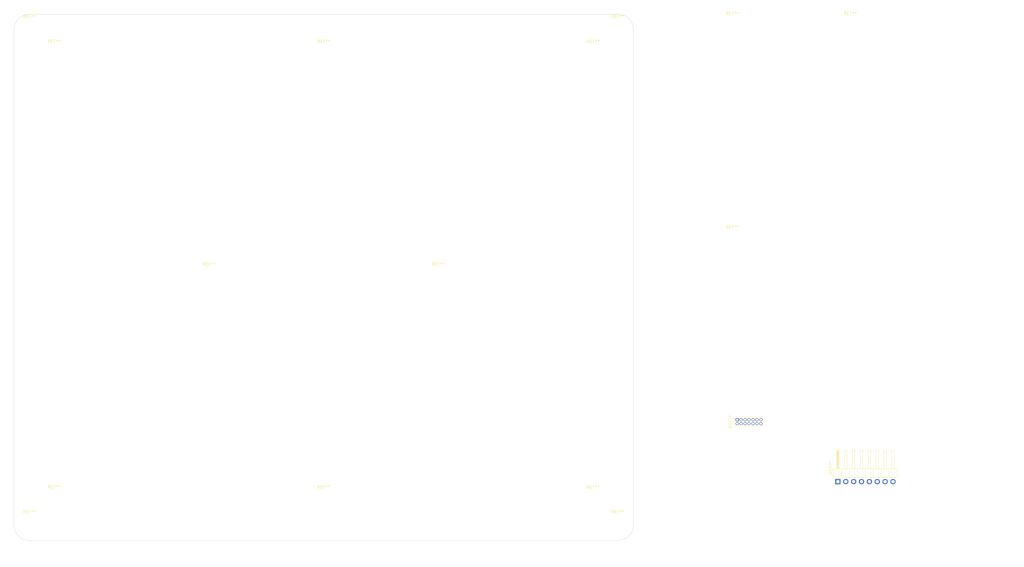
<source format=kicad_pcb>
(kicad_pcb (version 20171130) (host pcbnew 5.1.5+dfsg1-2build2)

  (general
    (thickness 1.6)
    (drawings 99)
    (tracks 0)
    (zones 0)
    (modules 35)
    (nets 1)
  )

  (page A3)
  (title_block
    (title "Democratic Sendcomm")
    (date 2020-12-26)
    (rev 0.9.2)
    (company "Europalab Devices")
    (comment 1 "Copyright © 2020, Europalab Devices")
    (comment 2 "Fulfilling requirements of 20200210")
    (comment 3 "Pending quality assurance testing")
    (comment 4 "Release revision for manufacturing")
  )

  (layers
    (0 F.Cu signal)
    (31 B.Cu signal)
    (34 B.Paste user)
    (35 F.Paste user)
    (36 B.SilkS user)
    (37 F.SilkS user)
    (38 B.Mask user)
    (39 F.Mask user)
    (40 Dwgs.User user)
    (41 Cmts.User user)
    (42 Eco1.User user)
    (43 Eco2.User user)
    (44 Edge.Cuts user)
    (45 Margin user)
    (46 B.CrtYd user)
    (47 F.CrtYd user)
    (48 B.Fab user)
    (49 F.Fab user)
  )

  (setup
    (last_trace_width 0.127)
    (trace_clearance 0.127)
    (zone_clearance 0.508)
    (zone_45_only no)
    (trace_min 0.127)
    (via_size 0.6)
    (via_drill 0.2)
    (via_min_size 0.6)
    (via_min_drill 0.2)
    (uvia_size 0.45)
    (uvia_drill 0.1)
    (uvias_allowed no)
    (uvia_min_size 0.45)
    (uvia_min_drill 0.1)
    (edge_width 0.1)
    (segment_width 0.1)
    (pcb_text_width 0.25)
    (pcb_text_size 1 1)
    (mod_edge_width 0.15)
    (mod_text_size 1 1)
    (mod_text_width 0.15)
    (pad_size 1.95 0.6)
    (pad_drill 0)
    (pad_to_mask_clearance 0)
    (aux_axis_origin 0 0)
    (visible_elements 7FFFF7FF)
    (pcbplotparams
      (layerselection 0x313fc_ffffffff)
      (usegerberextensions true)
      (usegerberattributes false)
      (usegerberadvancedattributes false)
      (creategerberjobfile false)
      (excludeedgelayer true)
      (linewidth 0.150000)
      (plotframeref false)
      (viasonmask false)
      (mode 1)
      (useauxorigin false)
      (hpglpennumber 1)
      (hpglpenspeed 20)
      (hpglpendiameter 15.000000)
      (psnegative false)
      (psa4output false)
      (plotreference true)
      (plotvalue true)
      (plotinvisibletext false)
      (padsonsilk false)
      (subtractmaskfromsilk false)
      (outputformat 1)
      (mirror false)
      (drillshape 0)
      (scaleselection 1)
      (outputdirectory "fabpanel"))
  )

  (net 0 "")

  (net_class Default "This is the default net class."
    (clearance 0.127)
    (trace_width 0.127)
    (via_dia 0.6)
    (via_drill 0.2)
    (uvia_dia 0.45)
    (uvia_drill 0.1)
  )

  (net_class Power ""
    (clearance 0.2)
    (trace_width 0.5)
    (via_dia 1)
    (via_drill 0.7)
    (uvia_dia 0.5)
    (uvia_drill 0.1)
  )

  (module Connector_PinHeader_2.54mm:PinHeader_1x08_P2.54mm_Horizontal (layer F.Cu) (tedit 59FED5CB) (tstamp 5FF4B6DD)
    (at 366 201 90)
    (descr "Through hole angled pin header, 1x08, 2.54mm pitch, 6mm pin length, single row")
    (tags "Through hole angled pin header THT 1x08 2.54mm single row")
    (fp_text reference REF** (at 4.385 -2.27 90) (layer F.SilkS)
      (effects (font (size 1 1) (thickness 0.15)))
    )
    (fp_text value PinHeader_1x08_P2.54mm_Horizontal (at 4.385 20.05 90) (layer F.Fab)
      (effects (font (size 1 1) (thickness 0.15)))
    )
    (fp_text user %R (at 2.77 8.89) (layer F.Fab)
      (effects (font (size 1 1) (thickness 0.15)))
    )
    (fp_line (start 10.55 -1.8) (end -1.8 -1.8) (layer F.CrtYd) (width 0.05))
    (fp_line (start 10.55 19.55) (end 10.55 -1.8) (layer F.CrtYd) (width 0.05))
    (fp_line (start -1.8 19.55) (end 10.55 19.55) (layer F.CrtYd) (width 0.05))
    (fp_line (start -1.8 -1.8) (end -1.8 19.55) (layer F.CrtYd) (width 0.05))
    (fp_line (start -1.27 -1.27) (end 0 -1.27) (layer F.SilkS) (width 0.12))
    (fp_line (start -1.27 0) (end -1.27 -1.27) (layer F.SilkS) (width 0.12))
    (fp_line (start 1.042929 18.16) (end 1.44 18.16) (layer F.SilkS) (width 0.12))
    (fp_line (start 1.042929 17.4) (end 1.44 17.4) (layer F.SilkS) (width 0.12))
    (fp_line (start 10.1 18.16) (end 4.1 18.16) (layer F.SilkS) (width 0.12))
    (fp_line (start 10.1 17.4) (end 10.1 18.16) (layer F.SilkS) (width 0.12))
    (fp_line (start 4.1 17.4) (end 10.1 17.4) (layer F.SilkS) (width 0.12))
    (fp_line (start 1.44 16.51) (end 4.1 16.51) (layer F.SilkS) (width 0.12))
    (fp_line (start 1.042929 15.62) (end 1.44 15.62) (layer F.SilkS) (width 0.12))
    (fp_line (start 1.042929 14.86) (end 1.44 14.86) (layer F.SilkS) (width 0.12))
    (fp_line (start 10.1 15.62) (end 4.1 15.62) (layer F.SilkS) (width 0.12))
    (fp_line (start 10.1 14.86) (end 10.1 15.62) (layer F.SilkS) (width 0.12))
    (fp_line (start 4.1 14.86) (end 10.1 14.86) (layer F.SilkS) (width 0.12))
    (fp_line (start 1.44 13.97) (end 4.1 13.97) (layer F.SilkS) (width 0.12))
    (fp_line (start 1.042929 13.08) (end 1.44 13.08) (layer F.SilkS) (width 0.12))
    (fp_line (start 1.042929 12.32) (end 1.44 12.32) (layer F.SilkS) (width 0.12))
    (fp_line (start 10.1 13.08) (end 4.1 13.08) (layer F.SilkS) (width 0.12))
    (fp_line (start 10.1 12.32) (end 10.1 13.08) (layer F.SilkS) (width 0.12))
    (fp_line (start 4.1 12.32) (end 10.1 12.32) (layer F.SilkS) (width 0.12))
    (fp_line (start 1.44 11.43) (end 4.1 11.43) (layer F.SilkS) (width 0.12))
    (fp_line (start 1.042929 10.54) (end 1.44 10.54) (layer F.SilkS) (width 0.12))
    (fp_line (start 1.042929 9.78) (end 1.44 9.78) (layer F.SilkS) (width 0.12))
    (fp_line (start 10.1 10.54) (end 4.1 10.54) (layer F.SilkS) (width 0.12))
    (fp_line (start 10.1 9.78) (end 10.1 10.54) (layer F.SilkS) (width 0.12))
    (fp_line (start 4.1 9.78) (end 10.1 9.78) (layer F.SilkS) (width 0.12))
    (fp_line (start 1.44 8.89) (end 4.1 8.89) (layer F.SilkS) (width 0.12))
    (fp_line (start 1.042929 8) (end 1.44 8) (layer F.SilkS) (width 0.12))
    (fp_line (start 1.042929 7.24) (end 1.44 7.24) (layer F.SilkS) (width 0.12))
    (fp_line (start 10.1 8) (end 4.1 8) (layer F.SilkS) (width 0.12))
    (fp_line (start 10.1 7.24) (end 10.1 8) (layer F.SilkS) (width 0.12))
    (fp_line (start 4.1 7.24) (end 10.1 7.24) (layer F.SilkS) (width 0.12))
    (fp_line (start 1.44 6.35) (end 4.1 6.35) (layer F.SilkS) (width 0.12))
    (fp_line (start 1.042929 5.46) (end 1.44 5.46) (layer F.SilkS) (width 0.12))
    (fp_line (start 1.042929 4.7) (end 1.44 4.7) (layer F.SilkS) (width 0.12))
    (fp_line (start 10.1 5.46) (end 4.1 5.46) (layer F.SilkS) (width 0.12))
    (fp_line (start 10.1 4.7) (end 10.1 5.46) (layer F.SilkS) (width 0.12))
    (fp_line (start 4.1 4.7) (end 10.1 4.7) (layer F.SilkS) (width 0.12))
    (fp_line (start 1.44 3.81) (end 4.1 3.81) (layer F.SilkS) (width 0.12))
    (fp_line (start 1.042929 2.92) (end 1.44 2.92) (layer F.SilkS) (width 0.12))
    (fp_line (start 1.042929 2.16) (end 1.44 2.16) (layer F.SilkS) (width 0.12))
    (fp_line (start 10.1 2.92) (end 4.1 2.92) (layer F.SilkS) (width 0.12))
    (fp_line (start 10.1 2.16) (end 10.1 2.92) (layer F.SilkS) (width 0.12))
    (fp_line (start 4.1 2.16) (end 10.1 2.16) (layer F.SilkS) (width 0.12))
    (fp_line (start 1.44 1.27) (end 4.1 1.27) (layer F.SilkS) (width 0.12))
    (fp_line (start 1.11 0.38) (end 1.44 0.38) (layer F.SilkS) (width 0.12))
    (fp_line (start 1.11 -0.38) (end 1.44 -0.38) (layer F.SilkS) (width 0.12))
    (fp_line (start 4.1 0.28) (end 10.1 0.28) (layer F.SilkS) (width 0.12))
    (fp_line (start 4.1 0.16) (end 10.1 0.16) (layer F.SilkS) (width 0.12))
    (fp_line (start 4.1 0.04) (end 10.1 0.04) (layer F.SilkS) (width 0.12))
    (fp_line (start 4.1 -0.08) (end 10.1 -0.08) (layer F.SilkS) (width 0.12))
    (fp_line (start 4.1 -0.2) (end 10.1 -0.2) (layer F.SilkS) (width 0.12))
    (fp_line (start 4.1 -0.32) (end 10.1 -0.32) (layer F.SilkS) (width 0.12))
    (fp_line (start 10.1 0.38) (end 4.1 0.38) (layer F.SilkS) (width 0.12))
    (fp_line (start 10.1 -0.38) (end 10.1 0.38) (layer F.SilkS) (width 0.12))
    (fp_line (start 4.1 -0.38) (end 10.1 -0.38) (layer F.SilkS) (width 0.12))
    (fp_line (start 4.1 -1.33) (end 1.44 -1.33) (layer F.SilkS) (width 0.12))
    (fp_line (start 4.1 19.11) (end 4.1 -1.33) (layer F.SilkS) (width 0.12))
    (fp_line (start 1.44 19.11) (end 4.1 19.11) (layer F.SilkS) (width 0.12))
    (fp_line (start 1.44 -1.33) (end 1.44 19.11) (layer F.SilkS) (width 0.12))
    (fp_line (start 4.04 18.1) (end 10.04 18.1) (layer F.Fab) (width 0.1))
    (fp_line (start 10.04 17.46) (end 10.04 18.1) (layer F.Fab) (width 0.1))
    (fp_line (start 4.04 17.46) (end 10.04 17.46) (layer F.Fab) (width 0.1))
    (fp_line (start -0.32 18.1) (end 1.5 18.1) (layer F.Fab) (width 0.1))
    (fp_line (start -0.32 17.46) (end -0.32 18.1) (layer F.Fab) (width 0.1))
    (fp_line (start -0.32 17.46) (end 1.5 17.46) (layer F.Fab) (width 0.1))
    (fp_line (start 4.04 15.56) (end 10.04 15.56) (layer F.Fab) (width 0.1))
    (fp_line (start 10.04 14.92) (end 10.04 15.56) (layer F.Fab) (width 0.1))
    (fp_line (start 4.04 14.92) (end 10.04 14.92) (layer F.Fab) (width 0.1))
    (fp_line (start -0.32 15.56) (end 1.5 15.56) (layer F.Fab) (width 0.1))
    (fp_line (start -0.32 14.92) (end -0.32 15.56) (layer F.Fab) (width 0.1))
    (fp_line (start -0.32 14.92) (end 1.5 14.92) (layer F.Fab) (width 0.1))
    (fp_line (start 4.04 13.02) (end 10.04 13.02) (layer F.Fab) (width 0.1))
    (fp_line (start 10.04 12.38) (end 10.04 13.02) (layer F.Fab) (width 0.1))
    (fp_line (start 4.04 12.38) (end 10.04 12.38) (layer F.Fab) (width 0.1))
    (fp_line (start -0.32 13.02) (end 1.5 13.02) (layer F.Fab) (width 0.1))
    (fp_line (start -0.32 12.38) (end -0.32 13.02) (layer F.Fab) (width 0.1))
    (fp_line (start -0.32 12.38) (end 1.5 12.38) (layer F.Fab) (width 0.1))
    (fp_line (start 4.04 10.48) (end 10.04 10.48) (layer F.Fab) (width 0.1))
    (fp_line (start 10.04 9.84) (end 10.04 10.48) (layer F.Fab) (width 0.1))
    (fp_line (start 4.04 9.84) (end 10.04 9.84) (layer F.Fab) (width 0.1))
    (fp_line (start -0.32 10.48) (end 1.5 10.48) (layer F.Fab) (width 0.1))
    (fp_line (start -0.32 9.84) (end -0.32 10.48) (layer F.Fab) (width 0.1))
    (fp_line (start -0.32 9.84) (end 1.5 9.84) (layer F.Fab) (width 0.1))
    (fp_line (start 4.04 7.94) (end 10.04 7.94) (layer F.Fab) (width 0.1))
    (fp_line (start 10.04 7.3) (end 10.04 7.94) (layer F.Fab) (width 0.1))
    (fp_line (start 4.04 7.3) (end 10.04 7.3) (layer F.Fab) (width 0.1))
    (fp_line (start -0.32 7.94) (end 1.5 7.94) (layer F.Fab) (width 0.1))
    (fp_line (start -0.32 7.3) (end -0.32 7.94) (layer F.Fab) (width 0.1))
    (fp_line (start -0.32 7.3) (end 1.5 7.3) (layer F.Fab) (width 0.1))
    (fp_line (start 4.04 5.4) (end 10.04 5.4) (layer F.Fab) (width 0.1))
    (fp_line (start 10.04 4.76) (end 10.04 5.4) (layer F.Fab) (width 0.1))
    (fp_line (start 4.04 4.76) (end 10.04 4.76) (layer F.Fab) (width 0.1))
    (fp_line (start -0.32 5.4) (end 1.5 5.4) (layer F.Fab) (width 0.1))
    (fp_line (start -0.32 4.76) (end -0.32 5.4) (layer F.Fab) (width 0.1))
    (fp_line (start -0.32 4.76) (end 1.5 4.76) (layer F.Fab) (width 0.1))
    (fp_line (start 4.04 2.86) (end 10.04 2.86) (layer F.Fab) (width 0.1))
    (fp_line (start 10.04 2.22) (end 10.04 2.86) (layer F.Fab) (width 0.1))
    (fp_line (start 4.04 2.22) (end 10.04 2.22) (layer F.Fab) (width 0.1))
    (fp_line (start -0.32 2.86) (end 1.5 2.86) (layer F.Fab) (width 0.1))
    (fp_line (start -0.32 2.22) (end -0.32 2.86) (layer F.Fab) (width 0.1))
    (fp_line (start -0.32 2.22) (end 1.5 2.22) (layer F.Fab) (width 0.1))
    (fp_line (start 4.04 0.32) (end 10.04 0.32) (layer F.Fab) (width 0.1))
    (fp_line (start 10.04 -0.32) (end 10.04 0.32) (layer F.Fab) (width 0.1))
    (fp_line (start 4.04 -0.32) (end 10.04 -0.32) (layer F.Fab) (width 0.1))
    (fp_line (start -0.32 0.32) (end 1.5 0.32) (layer F.Fab) (width 0.1))
    (fp_line (start -0.32 -0.32) (end -0.32 0.32) (layer F.Fab) (width 0.1))
    (fp_line (start -0.32 -0.32) (end 1.5 -0.32) (layer F.Fab) (width 0.1))
    (fp_line (start 1.5 -0.635) (end 2.135 -1.27) (layer F.Fab) (width 0.1))
    (fp_line (start 1.5 19.05) (end 1.5 -0.635) (layer F.Fab) (width 0.1))
    (fp_line (start 4.04 19.05) (end 1.5 19.05) (layer F.Fab) (width 0.1))
    (fp_line (start 4.04 -1.27) (end 4.04 19.05) (layer F.Fab) (width 0.1))
    (fp_line (start 2.135 -1.27) (end 4.04 -1.27) (layer F.Fab) (width 0.1))
    (pad 8 thru_hole oval (at 0 17.78 90) (size 1.7 1.7) (drill 1) (layers *.Cu *.Mask))
    (pad 7 thru_hole oval (at 0 15.24 90) (size 1.7 1.7) (drill 1) (layers *.Cu *.Mask))
    (pad 6 thru_hole oval (at 0 12.7 90) (size 1.7 1.7) (drill 1) (layers *.Cu *.Mask))
    (pad 5 thru_hole oval (at 0 10.16 90) (size 1.7 1.7) (drill 1) (layers *.Cu *.Mask))
    (pad 4 thru_hole oval (at 0 7.62 90) (size 1.7 1.7) (drill 1) (layers *.Cu *.Mask))
    (pad 3 thru_hole oval (at 0 5.08 90) (size 1.7 1.7) (drill 1) (layers *.Cu *.Mask))
    (pad 2 thru_hole oval (at 0 2.54 90) (size 1.7 1.7) (drill 1) (layers *.Cu *.Mask))
    (pad 1 thru_hole rect (at 0 0 90) (size 1.7 1.7) (drill 1) (layers *.Cu *.Mask))
    (model ${KISYS3DMOD}/Connector_PinHeader_2.54mm.3dshapes/PinHeader_1x08_P2.54mm_Horizontal.wrl
      (at (xyz 0 0 0))
      (scale (xyz 1 1 1))
      (rotate (xyz 0 0 0))
    )
  )

  (module Connector_PinSocket_1.27mm:PinSocket_2x07_P1.27mm_Vertical (layer F.Cu) (tedit 5A19A41F) (tstamp 5FF4B553)
    (at 333.5 181 90)
    (descr "Through hole straight socket strip, 2x07, 1.27mm pitch, double cols (from Kicad 4.0.7), script generated")
    (tags "Through hole socket strip THT 2x07 1.27mm double row")
    (fp_text reference REF** (at -0.635 -2.135 90) (layer F.SilkS)
      (effects (font (size 1 1) (thickness 0.15)))
    )
    (fp_text value PinSocket_2x07_P1.27mm_Vertical (at -0.635 9.755 90) (layer F.Fab)
      (effects (font (size 1 1) (thickness 0.15)))
    )
    (fp_text user %R (at -0.635 3.81) (layer F.Fab)
      (effects (font (size 1 1) (thickness 0.15)))
    )
    (fp_line (start -2.67 8.75) (end -2.67 -1.15) (layer F.CrtYd) (width 0.05))
    (fp_line (start 1.38 8.75) (end -2.67 8.75) (layer F.CrtYd) (width 0.05))
    (fp_line (start 1.38 -1.15) (end 1.38 8.75) (layer F.CrtYd) (width 0.05))
    (fp_line (start -2.67 -1.15) (end 1.38 -1.15) (layer F.CrtYd) (width 0.05))
    (fp_line (start 0 -0.76) (end 0.95 -0.76) (layer F.SilkS) (width 0.12))
    (fp_line (start 0.95 -0.76) (end 0.95 0) (layer F.SilkS) (width 0.12))
    (fp_line (start 0.76 0.635) (end 0.95 0.635) (layer F.SilkS) (width 0.12))
    (fp_line (start 0.95 0.635) (end 0.95 8.315) (layer F.SilkS) (width 0.12))
    (fp_line (start -0.96247 8.315) (end -0.30753 8.315) (layer F.SilkS) (width 0.12))
    (fp_line (start -2.22 8.315) (end -1.57753 8.315) (layer F.SilkS) (width 0.12))
    (fp_line (start 0.30753 8.315) (end 0.95 8.315) (layer F.SilkS) (width 0.12))
    (fp_line (start -2.22 -0.695) (end -2.22 8.315) (layer F.SilkS) (width 0.12))
    (fp_line (start -0.96247 -0.695) (end -0.76 -0.695) (layer F.SilkS) (width 0.12))
    (fp_line (start -2.22 -0.695) (end -1.57753 -0.695) (layer F.SilkS) (width 0.12))
    (fp_line (start -2.16 8.255) (end -2.16 -0.635) (layer F.Fab) (width 0.1))
    (fp_line (start 0.89 8.255) (end -2.16 8.255) (layer F.Fab) (width 0.1))
    (fp_line (start 0.89 0.1275) (end 0.89 8.255) (layer F.Fab) (width 0.1))
    (fp_line (start 0.1275 -0.635) (end 0.89 0.1275) (layer F.Fab) (width 0.1))
    (fp_line (start -2.16 -0.635) (end 0.1275 -0.635) (layer F.Fab) (width 0.1))
    (pad 14 thru_hole oval (at -1.27 7.62 90) (size 1 1) (drill 0.7) (layers *.Cu *.Mask))
    (pad 13 thru_hole oval (at 0 7.62 90) (size 1 1) (drill 0.7) (layers *.Cu *.Mask))
    (pad 12 thru_hole oval (at -1.27 6.35 90) (size 1 1) (drill 0.7) (layers *.Cu *.Mask))
    (pad 11 thru_hole oval (at 0 6.35 90) (size 1 1) (drill 0.7) (layers *.Cu *.Mask))
    (pad 10 thru_hole oval (at -1.27 5.08 90) (size 1 1) (drill 0.7) (layers *.Cu *.Mask))
    (pad 9 thru_hole oval (at 0 5.08 90) (size 1 1) (drill 0.7) (layers *.Cu *.Mask))
    (pad 8 thru_hole oval (at -1.27 3.81 90) (size 1 1) (drill 0.7) (layers *.Cu *.Mask))
    (pad 7 thru_hole oval (at 0 3.81 90) (size 1 1) (drill 0.7) (layers *.Cu *.Mask))
    (pad 6 thru_hole oval (at -1.27 2.54 90) (size 1 1) (drill 0.7) (layers *.Cu *.Mask))
    (pad 5 thru_hole oval (at 0 2.54 90) (size 1 1) (drill 0.7) (layers *.Cu *.Mask))
    (pad 4 thru_hole oval (at -1.27 1.27 90) (size 1 1) (drill 0.7) (layers *.Cu *.Mask))
    (pad 3 thru_hole oval (at 0 1.27 90) (size 1 1) (drill 0.7) (layers *.Cu *.Mask))
    (pad 2 thru_hole oval (at -1.27 0 90) (size 1 1) (drill 0.7) (layers *.Cu *.Mask))
    (pad 1 thru_hole rect (at 0 0 90) (size 1 1) (drill 0.7) (layers *.Cu *.Mask))
    (model ${KISYS3DMOD}/Connector_PinSocket_1.27mm.3dshapes/PinSocket_2x07_P1.27mm_Vertical.wrl
      (at (xyz 0 0 0))
      (scale (xyz 1 1 1))
      (rotate (xyz 0 0 0))
    )
  )

  (module MountingHole:MountingHole_2.2mm_M2 (layer F.Cu) (tedit 56D1B4CB) (tstamp 5FF392D0)
    (at 332 122)
    (descr "Mounting Hole 2.2mm, no annular, M2")
    (tags "mounting hole 2.2mm no annular m2")
    (attr virtual)
    (fp_text reference REF** (at 0 -3.2) (layer F.SilkS)
      (effects (font (size 1 1) (thickness 0.15)))
    )
    (fp_text value MountingHole_2.2mm_M2 (at 0 3.2) (layer F.Fab)
      (effects (font (size 1 1) (thickness 0.15)))
    )
    (fp_text user %R (at 0.3 0) (layer F.Fab)
      (effects (font (size 1 1) (thickness 0.15)))
    )
    (fp_circle (center 0 0) (end 2.2 0) (layer Cmts.User) (width 0.15))
    (fp_circle (center 0 0) (end 2.45 0) (layer F.CrtYd) (width 0.05))
    (pad 1 np_thru_hole circle (at 0 0) (size 2.2 2.2) (drill 2.2) (layers *.Cu *.Mask))
  )

  (module MountingHole:MountingHole_2.2mm_M2 (layer F.Cu) (tedit 56D1B4CB) (tstamp 5FF39216)
    (at 370 53)
    (descr "Mounting Hole 2.2mm, no annular, M2")
    (tags "mounting hole 2.2mm no annular m2")
    (attr virtual)
    (fp_text reference REF** (at 0 -3.2) (layer F.SilkS)
      (effects (font (size 1 1) (thickness 0.15)))
    )
    (fp_text value MountingHole_2.2mm_M2 (at 0 3.2) (layer F.Fab)
      (effects (font (size 1 1) (thickness 0.15)))
    )
    (fp_text user %R (at 0.3 0) (layer F.Fab)
      (effects (font (size 1 1) (thickness 0.15)))
    )
    (fp_circle (center 0 0) (end 2.2 0) (layer Cmts.User) (width 0.15))
    (fp_circle (center 0 0) (end 2.45 0) (layer F.CrtYd) (width 0.05))
    (pad 1 np_thru_hole circle (at 0 0) (size 2.2 2.2) (drill 2.2) (layers *.Cu *.Mask))
  )

  (module MountingHole:MountingHole_2.2mm_M2 (layer F.Cu) (tedit 56D1B4CB) (tstamp 5FF391FD)
    (at 332 53)
    (descr "Mounting Hole 2.2mm, no annular, M2")
    (tags "mounting hole 2.2mm no annular m2")
    (attr virtual)
    (fp_text reference REF** (at 0 -3.2) (layer F.SilkS)
      (effects (font (size 1 1) (thickness 0.15)))
    )
    (fp_text value MountingHole_2.2mm_M2 (at 0 3.2) (layer F.Fab)
      (effects (font (size 1 1) (thickness 0.15)))
    )
    (fp_circle (center 0 0) (end 2.45 0) (layer F.CrtYd) (width 0.05))
    (fp_circle (center 0 0) (end 2.2 0) (layer Cmts.User) (width 0.15))
    (fp_text user %R (at 0.3 0) (layer F.Fab)
      (effects (font (size 1 1) (thickness 0.15)))
    )
    (pad 1 np_thru_hole circle (at 0 0) (size 2.2 2.2) (drill 2.2) (layers *.Cu *.Mask))
  )

  (module MountingHole:MountingHole_3.2mm_M3 (layer F.Cu) (tedit 56D1B4CB) (tstamp 5FF31A13)
    (at 237 135)
    (descr "Mounting Hole 3.2mm, no annular, M3")
    (tags "mounting hole 3.2mm no annular m3")
    (attr virtual)
    (fp_text reference REF** (at 0 -4.2) (layer F.SilkS)
      (effects (font (size 1 1) (thickness 0.15)))
    )
    (fp_text value MountingHole_3.2mm_M3 (at 0 4.2) (layer F.Fab)
      (effects (font (size 1 1) (thickness 0.15)))
    )
    (fp_circle (center 0 0) (end 3.45 0) (layer F.CrtYd) (width 0.05))
    (fp_circle (center 0 0) (end 3.2 0) (layer Cmts.User) (width 0.15))
    (fp_text user %R (at 0.3 0) (layer F.Fab)
      (effects (font (size 1 1) (thickness 0.15)))
    )
    (pad 1 np_thru_hole circle (at 0 0) (size 3.2 3.2) (drill 3.2) (layers *.Cu *.Mask))
  )

  (module MountingHole:MountingHole_3.2mm_M3 (layer F.Cu) (tedit 56D1B4CB) (tstamp 5FF31A4A)
    (at 163 135)
    (descr "Mounting Hole 3.2mm, no annular, M3")
    (tags "mounting hole 3.2mm no annular m3")
    (attr virtual)
    (fp_text reference REF** (at 0 -4.2) (layer F.SilkS)
      (effects (font (size 1 1) (thickness 0.15)))
    )
    (fp_text value MountingHole_3.2mm_M3 (at 0 4.2) (layer F.Fab)
      (effects (font (size 1 1) (thickness 0.15)))
    )
    (fp_circle (center 0 0) (end 3.45 0) (layer F.CrtYd) (width 0.05))
    (fp_circle (center 0 0) (end 3.2 0) (layer Cmts.User) (width 0.15))
    (fp_text user %R (at 0.3 0) (layer F.Fab)
      (effects (font (size 1 1) (thickness 0.15)))
    )
    (pad 1 np_thru_hole circle (at 0 0) (size 3.2 3.2) (drill 3.2) (layers *.Cu *.Mask))
  )

  (module MountingHole:MountingHole_3.2mm_M3 (layer F.Cu) (tedit 56D1B4CB) (tstamp 5FF319AE)
    (at 200 207)
    (descr "Mounting Hole 3.2mm, no annular, M3")
    (tags "mounting hole 3.2mm no annular m3")
    (attr virtual)
    (fp_text reference REF** (at 0 -4.2) (layer F.SilkS)
      (effects (font (size 1 1) (thickness 0.15)))
    )
    (fp_text value MountingHole_3.2mm_M3 (at 0 4.2) (layer F.Fab)
      (effects (font (size 1 1) (thickness 0.15)))
    )
    (fp_text user %R (at 0.3 0) (layer F.Fab)
      (effects (font (size 1 1) (thickness 0.15)))
    )
    (fp_circle (center 0 0) (end 3.2 0) (layer Cmts.User) (width 0.15))
    (fp_circle (center 0 0) (end 3.45 0) (layer F.CrtYd) (width 0.05))
    (pad 1 np_thru_hole circle (at 0 0) (size 3.2 3.2) (drill 3.2) (layers *.Cu *.Mask))
  )

  (module MountingHole:MountingHole_3.2mm_M3 (layer F.Cu) (tedit 56D1B4CB) (tstamp 5FF31979)
    (at 200 63)
    (descr "Mounting Hole 3.2mm, no annular, M3")
    (tags "mounting hole 3.2mm no annular m3")
    (attr virtual)
    (fp_text reference REF** (at 0 -4.2) (layer F.SilkS)
      (effects (font (size 1 1) (thickness 0.15)))
    )
    (fp_text value MountingHole_3.2mm_M3 (at 0 4.2) (layer F.Fab)
      (effects (font (size 1 1) (thickness 0.15)))
    )
    (fp_circle (center 0 0) (end 3.45 0) (layer F.CrtYd) (width 0.05))
    (fp_circle (center 0 0) (end 3.2 0) (layer Cmts.User) (width 0.15))
    (fp_text user %R (at 0.3 0) (layer F.Fab)
      (effects (font (size 1 1) (thickness 0.15)))
    )
    (pad 1 np_thru_hole circle (at 0 0) (size 3.2 3.2) (drill 3.2) (layers *.Cu *.Mask))
  )

  (module MountingHole:MountingHole_3.2mm_M3 (layer F.Cu) (tedit 56D1B4CB) (tstamp 5FF31936)
    (at 287 63)
    (descr "Mounting Hole 3.2mm, no annular, M3")
    (tags "mounting hole 3.2mm no annular m3")
    (attr virtual)
    (fp_text reference REF** (at 0 -4.2) (layer F.SilkS)
      (effects (font (size 1 1) (thickness 0.15)))
    )
    (fp_text value MountingHole_3.2mm_M3 (at 0 4.2) (layer F.Fab)
      (effects (font (size 1 1) (thickness 0.15)))
    )
    (fp_circle (center 0 0) (end 3.45 0) (layer F.CrtYd) (width 0.05))
    (fp_circle (center 0 0) (end 3.2 0) (layer Cmts.User) (width 0.15))
    (fp_text user %R (at 0.3 0) (layer F.Fab)
      (effects (font (size 1 1) (thickness 0.15)))
    )
    (pad 1 np_thru_hole circle (at 0 0) (size 3.2 3.2) (drill 3.2) (layers *.Cu *.Mask))
  )

  (module MountingHole:MountingHole_3.2mm_M3 (layer F.Cu) (tedit 56D1B4CB) (tstamp 5FF31928)
    (at 287 207)
    (descr "Mounting Hole 3.2mm, no annular, M3")
    (tags "mounting hole 3.2mm no annular m3")
    (attr virtual)
    (fp_text reference REF** (at 0 -4.2) (layer F.SilkS)
      (effects (font (size 1 1) (thickness 0.15)))
    )
    (fp_text value MountingHole_3.2mm_M3 (at 0 4.2) (layer F.Fab)
      (effects (font (size 1 1) (thickness 0.15)))
    )
    (fp_text user %R (at 0.3 0) (layer F.Fab)
      (effects (font (size 1 1) (thickness 0.15)))
    )
    (fp_circle (center 0 0) (end 3.2 0) (layer Cmts.User) (width 0.15))
    (fp_circle (center 0 0) (end 3.45 0) (layer F.CrtYd) (width 0.05))
    (pad 1 np_thru_hole circle (at 0 0) (size 3.2 3.2) (drill 3.2) (layers *.Cu *.Mask))
  )

  (module MountingHole:MountingHole_3.2mm_M3 (layer F.Cu) (tedit 56D1B4CB) (tstamp 5FF3191A)
    (at 113 207)
    (descr "Mounting Hole 3.2mm, no annular, M3")
    (tags "mounting hole 3.2mm no annular m3")
    (attr virtual)
    (fp_text reference REF** (at 0 -4.2) (layer F.SilkS)
      (effects (font (size 1 1) (thickness 0.15)))
    )
    (fp_text value MountingHole_3.2mm_M3 (at 0 4.2) (layer F.Fab)
      (effects (font (size 1 1) (thickness 0.15)))
    )
    (fp_circle (center 0 0) (end 3.45 0) (layer F.CrtYd) (width 0.05))
    (fp_circle (center 0 0) (end 3.2 0) (layer Cmts.User) (width 0.15))
    (fp_text user %R (at 0.3 0) (layer F.Fab)
      (effects (font (size 1 1) (thickness 0.15)))
    )
    (pad 1 np_thru_hole circle (at 0 0) (size 3.2 3.2) (drill 3.2) (layers *.Cu *.Mask))
  )

  (module MountingHole:MountingHole_3.2mm_M3 (layer F.Cu) (tedit 56D1B4CB) (tstamp 5FF318F7)
    (at 113 63)
    (descr "Mounting Hole 3.2mm, no annular, M3")
    (tags "mounting hole 3.2mm no annular m3")
    (attr virtual)
    (fp_text reference REF** (at 0 -4.2) (layer F.SilkS)
      (effects (font (size 1 1) (thickness 0.15)))
    )
    (fp_text value MountingHole_3.2mm_M3 (at 0 4.2) (layer F.Fab)
      (effects (font (size 1 1) (thickness 0.15)))
    )
    (fp_text user %R (at 0.3 0) (layer F.Fab)
      (effects (font (size 1 1) (thickness 0.15)))
    )
    (fp_circle (center 0 0) (end 3.2 0) (layer Cmts.User) (width 0.15))
    (fp_circle (center 0 0) (end 3.45 0) (layer F.CrtYd) (width 0.05))
    (pad 1 np_thru_hole circle (at 0 0) (size 3.2 3.2) (drill 3.2) (layers *.Cu *.Mask))
  )

  (module MountingHole:MountingHole_3.2mm_M3 (layer F.Cu) (tedit 56D1B4CB) (tstamp 5FF2D58D)
    (at 295 55)
    (descr "Mounting Hole 3.2mm, no annular, M3")
    (tags "mounting hole 3.2mm no annular m3")
    (attr virtual)
    (fp_text reference REF** (at 0 -4.2) (layer F.SilkS)
      (effects (font (size 1 1) (thickness 0.15)))
    )
    (fp_text value MountingHole_3.2mm_M3 (at 0 4.2) (layer F.Fab)
      (effects (font (size 1 1) (thickness 0.15)))
    )
    (fp_circle (center 0 0) (end 3.45 0) (layer F.CrtYd) (width 0.05))
    (fp_circle (center 0 0) (end 3.2 0) (layer Cmts.User) (width 0.15))
    (fp_text user %R (at 0.3 0) (layer F.Fab)
      (effects (font (size 1 1) (thickness 0.15)))
    )
    (pad 1 np_thru_hole circle (at 0 0) (size 3.2 3.2) (drill 3.2) (layers *.Cu *.Mask))
  )

  (module MountingHole:MountingHole_3.2mm_M3 (layer F.Cu) (tedit 56D1B4CB) (tstamp 5FF2D577)
    (at 295 215)
    (descr "Mounting Hole 3.2mm, no annular, M3")
    (tags "mounting hole 3.2mm no annular m3")
    (attr virtual)
    (fp_text reference REF** (at 0 -4.2) (layer F.SilkS)
      (effects (font (size 1 1) (thickness 0.15)))
    )
    (fp_text value MountingHole_3.2mm_M3 (at 0 4.2) (layer F.Fab)
      (effects (font (size 1 1) (thickness 0.15)))
    )
    (fp_circle (center 0 0) (end 3.45 0) (layer F.CrtYd) (width 0.05))
    (fp_circle (center 0 0) (end 3.2 0) (layer Cmts.User) (width 0.15))
    (fp_text user %R (at 0.3 0) (layer F.Fab)
      (effects (font (size 1 1) (thickness 0.15)))
    )
    (pad 1 np_thru_hole circle (at 0 0) (size 3.2 3.2) (drill 3.2) (layers *.Cu *.Mask))
  )

  (module MountingHole:MountingHole_3.2mm_M3 (layer F.Cu) (tedit 56D1B4CB) (tstamp 5FF2D561)
    (at 105 215)
    (descr "Mounting Hole 3.2mm, no annular, M3")
    (tags "mounting hole 3.2mm no annular m3")
    (attr virtual)
    (fp_text reference REF** (at 0 -4.2) (layer F.SilkS)
      (effects (font (size 1 1) (thickness 0.15)))
    )
    (fp_text value MountingHole_3.2mm_M3 (at 0 4.2) (layer F.Fab)
      (effects (font (size 1 1) (thickness 0.15)))
    )
    (fp_circle (center 0 0) (end 3.45 0) (layer F.CrtYd) (width 0.05))
    (fp_circle (center 0 0) (end 3.2 0) (layer Cmts.User) (width 0.15))
    (fp_text user %R (at 0.3 0) (layer F.Fab)
      (effects (font (size 1 1) (thickness 0.15)))
    )
    (pad 1 np_thru_hole circle (at 0 0) (size 3.2 3.2) (drill 3.2) (layers *.Cu *.Mask))
  )

  (module MountingHole:MountingHole_3.2mm_M3 (layer F.Cu) (tedit 56D1B4CB) (tstamp 5FF2D54B)
    (at 105 55)
    (descr "Mounting Hole 3.2mm, no annular, M3")
    (tags "mounting hole 3.2mm no annular m3")
    (attr virtual)
    (fp_text reference REF** (at 0 -4.2) (layer F.SilkS)
      (effects (font (size 1 1) (thickness 0.15)))
    )
    (fp_text value MountingHole_3.2mm_M3 (at 0 4.2) (layer F.Fab)
      (effects (font (size 1 1) (thickness 0.15)))
    )
    (fp_circle (center 0 0) (end 3.45 0) (layer F.CrtYd) (width 0.05))
    (fp_circle (center 0 0) (end 3.2 0) (layer Cmts.User) (width 0.15))
    (fp_text user %R (at 0.3 0) (layer F.Fab)
      (effects (font (size 1 1) (thickness 0.15)))
    )
    (pad 1 np_thru_hole circle (at 0 0) (size 3.2 3.2) (drill 3.2) (layers *.Cu *.Mask))
  )

  (module Elabdev:MountingHole_1.1mm (layer F.Cu) (tedit 5B924765) (tstamp 5FBCCC1A)
    (at 262 140.5)
    (descr "Mounting Hole 1.1mm, no annular")
    (tags "mounting hole 1.1mm no annular")
    (attr virtual)
    (fp_text reference REF** (at 0 -3.2) (layer F.SilkS) hide
      (effects (font (size 1 1) (thickness 0.15)))
    )
    (fp_text value MountingHole_1.1mm (at 0 3.2) (layer F.Fab)
      (effects (font (size 1 1) (thickness 0.15)))
    )
    (fp_text user %R (at 0.3 0) (layer F.Fab)
      (effects (font (size 1 1) (thickness 0.15)))
    )
    (fp_circle (center 0 0) (end 1.1 0) (layer Cmts.User) (width 0.15))
    (fp_circle (center 0 0) (end 1.35 0) (layer F.CrtYd) (width 0.05))
    (pad "" np_thru_hole circle (at 0 0) (size 1.1 1.1) (drill 1.1) (layers *.Cu *.Mask))
  )

  (module Elabdev:MountingHole_1.1mm (layer F.Cu) (tedit 5B924765) (tstamp 5FF31D5D)
    (at 138 129.5)
    (descr "Mounting Hole 1.1mm, no annular")
    (tags "mounting hole 1.1mm no annular")
    (attr virtual)
    (fp_text reference REF** (at 0 -3.2) (layer F.SilkS) hide
      (effects (font (size 1 1) (thickness 0.15)))
    )
    (fp_text value MountingHole_1.1mm (at 0 3.2) (layer F.Fab)
      (effects (font (size 1 1) (thickness 0.15)))
    )
    (fp_text user %R (at 0.3 0) (layer F.Fab)
      (effects (font (size 1 1) (thickness 0.15)))
    )
    (fp_circle (center 0 0) (end 1.1 0) (layer Cmts.User) (width 0.15))
    (fp_circle (center 0 0) (end 1.35 0) (layer F.CrtYd) (width 0.05))
    (pad "" np_thru_hole circle (at 0 0) (size 1.1 1.1) (drill 1.1) (layers *.Cu *.Mask))
  )

  (module Elabdev:MountingHole_1.6mm (layer F.Cu) (tedit 5B924765) (tstamp 5FBCCBDE)
    (at 262 187)
    (descr "Mounting Hole 1.6mm, no annular")
    (tags "mounting hole 1.6mm no annular")
    (attr virtual)
    (fp_text reference REF** (at 0 -3.2) (layer F.SilkS) hide
      (effects (font (size 1 1) (thickness 0.15)))
    )
    (fp_text value MountingHole_1.6mm (at 0 3.2) (layer F.Fab)
      (effects (font (size 1 1) (thickness 0.15)))
    )
    (fp_text user %R (at 0.3 0) (layer F.Fab)
      (effects (font (size 1 1) (thickness 0.15)))
    )
    (fp_circle (center 0 0) (end 1.6 0) (layer Cmts.User) (width 0.15))
    (fp_circle (center 0 0) (end 1.85 0) (layer F.CrtYd) (width 0.05))
    (pad "" np_thru_hole circle (at 0 0) (size 1.6 1.6) (drill 1.6) (layers *.Cu *.Mask))
  )

  (module Elabdev:MountingHole_1.6mm (layer F.Cu) (tedit 5B924765) (tstamp 5FBCCBC8)
    (at 262 125.5)
    (descr "Mounting Hole 1.6mm, no annular")
    (tags "mounting hole 1.6mm no annular")
    (attr virtual)
    (fp_text reference REF** (at 0 -3.2) (layer F.SilkS) hide
      (effects (font (size 1 1) (thickness 0.15)))
    )
    (fp_text value MountingHole_1.6mm (at 0 3.2) (layer F.Fab)
      (effects (font (size 1 1) (thickness 0.15)))
    )
    (fp_text user %R (at 0.3 0) (layer F.Fab)
      (effects (font (size 1 1) (thickness 0.15)))
    )
    (fp_circle (center 0 0) (end 1.6 0) (layer Cmts.User) (width 0.15))
    (fp_circle (center 0 0) (end 1.85 0) (layer F.CrtYd) (width 0.05))
    (pad "" np_thru_hole circle (at 0 0) (size 1.6 1.6) (drill 1.6) (layers *.Cu *.Mask))
  )

  (module Elabdev:MountingHole_1.6mm (layer F.Cu) (tedit 5B924765) (tstamp 5FF31D45)
    (at 138 187)
    (descr "Mounting Hole 1.6mm, no annular")
    (tags "mounting hole 1.6mm no annular")
    (attr virtual)
    (fp_text reference REF** (at 0 -3.2) (layer F.SilkS) hide
      (effects (font (size 1 1) (thickness 0.15)))
    )
    (fp_text value MountingHole_1.6mm (at 0 3.2) (layer F.Fab)
      (effects (font (size 1 1) (thickness 0.15)))
    )
    (fp_circle (center 0 0) (end 1.85 0) (layer F.CrtYd) (width 0.05))
    (fp_circle (center 0 0) (end 1.6 0) (layer Cmts.User) (width 0.15))
    (fp_text user %R (at 0.3 0) (layer F.Fab)
      (effects (font (size 1 1) (thickness 0.15)))
    )
    (pad "" np_thru_hole circle (at 0 0) (size 1.6 1.6) (drill 1.6) (layers *.Cu *.Mask))
  )

  (module Elabdev:MountingHole_1.6mm (layer F.Cu) (tedit 5B924765) (tstamp 5FF31C85)
    (at 138 144.5)
    (descr "Mounting Hole 1.6mm, no annular")
    (tags "mounting hole 1.6mm no annular")
    (attr virtual)
    (fp_text reference REF** (at 0 -3.2) (layer F.SilkS) hide
      (effects (font (size 1 1) (thickness 0.15)))
    )
    (fp_text value MountingHole_1.6mm (at 0 3.2) (layer F.Fab)
      (effects (font (size 1 1) (thickness 0.15)))
    )
    (fp_text user %R (at 0.3 0) (layer F.Fab)
      (effects (font (size 1 1) (thickness 0.15)))
    )
    (fp_circle (center 0 0) (end 1.6 0) (layer Cmts.User) (width 0.15))
    (fp_circle (center 0 0) (end 1.85 0) (layer F.CrtYd) (width 0.05))
    (pad "" np_thru_hole circle (at 0 0) (size 1.6 1.6) (drill 1.6) (layers *.Cu *.Mask))
  )

  (module Elabdev:MountingHole_1.6mm (layer F.Cu) (tedit 5B924765) (tstamp 5FBCBB5A)
    (at 262 83)
    (descr "Mounting Hole 1.6mm, no annular")
    (tags "mounting hole 1.6mm no annular")
    (attr virtual)
    (fp_text reference REF** (at 0 -3.2) (layer F.SilkS) hide
      (effects (font (size 1 1) (thickness 0.15)))
    )
    (fp_text value MountingHole_1.6mm (at 0 3.2) (layer F.Fab)
      (effects (font (size 1 1) (thickness 0.15)))
    )
    (fp_text user %R (at 0.3 0) (layer F.Fab)
      (effects (font (size 1 1) (thickness 0.15)))
    )
    (fp_circle (center 0 0) (end 1.6 0) (layer Cmts.User) (width 0.15))
    (fp_circle (center 0 0) (end 1.85 0) (layer F.CrtYd) (width 0.05))
    (pad "" np_thru_hole circle (at 0 0) (size 1.6 1.6) (drill 1.6) (layers *.Cu *.Mask))
  )

  (module Elabdev:MountingHole_1.1mm (layer F.Cu) (tedit 5B924765) (tstamp 5FBCBB0E)
    (at 262 79)
    (descr "Mounting Hole 1.1mm, no annular")
    (tags "mounting hole 1.1mm no annular")
    (attr virtual)
    (fp_text reference REF** (at 0 -3.2) (layer F.SilkS) hide
      (effects (font (size 1 1) (thickness 0.15)))
    )
    (fp_text value MountingHole_1.1mm (at 0 3.2) (layer F.Fab)
      (effects (font (size 1 1) (thickness 0.15)))
    )
    (fp_circle (center 0 0) (end 1.35 0) (layer F.CrtYd) (width 0.05))
    (fp_circle (center 0 0) (end 1.1 0) (layer Cmts.User) (width 0.15))
    (fp_text user %R (at 0.3 0) (layer F.Fab)
      (effects (font (size 1 1) (thickness 0.15)))
    )
    (pad "" np_thru_hole circle (at 0 0) (size 1.1 1.1) (drill 1.1) (layers *.Cu *.Mask))
  )

  (module Elabdev:MountingHole_1.1mm (layer F.Cu) (tedit 5B924765) (tstamp 5FBCBAE8)
    (at 262 191)
    (descr "Mounting Hole 1.1mm, no annular")
    (tags "mounting hole 1.1mm no annular")
    (attr virtual)
    (fp_text reference REF** (at 0 -3.2) (layer F.SilkS) hide
      (effects (font (size 1 1) (thickness 0.15)))
    )
    (fp_text value MountingHole_1.1mm (at 0 3.2) (layer F.Fab)
      (effects (font (size 1 1) (thickness 0.15)))
    )
    (fp_text user %R (at 0.3 0) (layer F.Fab)
      (effects (font (size 1 1) (thickness 0.15)))
    )
    (fp_circle (center 0 0) (end 1.1 0) (layer Cmts.User) (width 0.15))
    (fp_circle (center 0 0) (end 1.35 0) (layer F.CrtYd) (width 0.05))
    (pad "" np_thru_hole circle (at 0 0) (size 1.1 1.1) (drill 1.1) (layers *.Cu *.Mask))
  )

  (module Elabdev:MountingHole_1.1mm (layer F.Cu) (tedit 5B924765) (tstamp 5FF31CBE)
    (at 138 191)
    (descr "Mounting Hole 1.1mm, no annular")
    (tags "mounting hole 1.1mm no annular")
    (attr virtual)
    (fp_text reference REF** (at 0 -3.2) (layer F.SilkS) hide
      (effects (font (size 1 1) (thickness 0.15)))
    )
    (fp_text value MountingHole_1.1mm (at 0 3.2) (layer F.Fab)
      (effects (font (size 1 1) (thickness 0.15)))
    )
    (fp_text user %R (at 0.3 0) (layer F.Fab)
      (effects (font (size 1 1) (thickness 0.15)))
    )
    (fp_circle (center 0 0) (end 1.1 0) (layer Cmts.User) (width 0.15))
    (fp_circle (center 0 0) (end 1.35 0) (layer F.CrtYd) (width 0.05))
    (pad "" np_thru_hole circle (at 0 0) (size 1.1 1.1) (drill 1.1) (layers *.Cu *.Mask))
  )

  (module Elabdev:MountingHole_1.6mm (layer F.Cu) (tedit 5B924765) (tstamp 5FF31D18)
    (at 138 83)
    (descr "Mounting Hole 1.6mm, no annular")
    (tags "mounting hole 1.6mm no annular")
    (attr virtual)
    (fp_text reference REF** (at 0 -3.2) (layer F.SilkS) hide
      (effects (font (size 1 1) (thickness 0.15)))
    )
    (fp_text value MountingHole_1.6mm (at 0 3.2) (layer F.Fab)
      (effects (font (size 1 1) (thickness 0.15)))
    )
    (fp_circle (center 0 0) (end 1.85 0) (layer F.CrtYd) (width 0.05))
    (fp_circle (center 0 0) (end 1.6 0) (layer Cmts.User) (width 0.15))
    (fp_text user %R (at 0.3 0) (layer F.Fab)
      (effects (font (size 1 1) (thickness 0.15)))
    )
    (pad "" np_thru_hole circle (at 0 0) (size 1.6 1.6) (drill 1.6) (layers *.Cu *.Mask))
  )

  (module Elabdev:MountingHole_1.1mm (layer F.Cu) (tedit 5B924765) (tstamp 5FF31CEB)
    (at 138 79)
    (descr "Mounting Hole 1.1mm, no annular")
    (tags "mounting hole 1.1mm no annular")
    (attr virtual)
    (fp_text reference REF** (at 0 -3.2) (layer F.SilkS) hide
      (effects (font (size 1 1) (thickness 0.15)))
    )
    (fp_text value MountingHole_1.1mm (at 0 3.2) (layer F.Fab)
      (effects (font (size 1 1) (thickness 0.15)))
    )
    (fp_circle (center 0 0) (end 1.35 0) (layer F.CrtYd) (width 0.05))
    (fp_circle (center 0 0) (end 1.1 0) (layer Cmts.User) (width 0.15))
    (fp_text user %R (at 0.3 0) (layer F.Fab)
      (effects (font (size 1 1) (thickness 0.15)))
    )
    (pad "" np_thru_hole circle (at 0 0) (size 1.1 1.1) (drill 1.1) (layers *.Cu *.Mask))
  )

  (module Mounting_Holes:MountingHole_2.5mm (layer F.Cu) (tedit 5D1E62F3) (tstamp 5FF31CD2)
    (at 138 75)
    (descr "Mounting Hole 2.5mm, no annular")
    (tags "mounting hole 2.5mm no annular")
    (fp_text reference SH1 (at 0 -3.5) (layer F.SilkS) hide
      (effects (font (size 1 1) (thickness 0.15)))
    )
    (fp_text value MountingHole_2.5mm (at 0 3.5) (layer F.Fab)
      (effects (font (size 1 1) (thickness 0.15)))
    )
    (fp_circle (center 0 0) (end 2.5 0) (layer Cmts.User) (width 0.15))
    (fp_circle (center 0 0) (end 2.75 0) (layer F.CrtYd) (width 0.05))
    (pad "" np_thru_hole circle (at 0 0) (size 2.55 2.55) (drill 2.55) (layers *.Cu *.Paste *.Mask))
  )

  (module Mounting_Holes:MountingHole_2.5mm (layer F.Cu) (tedit 5D1E6313) (tstamp 5FF31CAB)
    (at 138 195)
    (descr "Mounting Hole 2.5mm, no annular")
    (tags "mounting hole 2.5mm no annular")
    (fp_text reference SH2 (at 0 -3.5) (layer F.SilkS) hide
      (effects (font (size 1 1) (thickness 0.15)))
    )
    (fp_text value MountingHole_2.5mm (at 0 3.5) (layer F.Fab)
      (effects (font (size 1 1) (thickness 0.15)))
    )
    (fp_circle (center 0 0) (end 2.75 0) (layer F.CrtYd) (width 0.05))
    (fp_circle (center 0 0) (end 2.5 0) (layer Cmts.User) (width 0.15))
    (pad "" np_thru_hole circle (at 0 0) (size 2.55 2.55) (drill 2.55) (layers *.Cu *.Paste *.Mask))
  )

  (module Mounting_Holes:MountingHole_2.5mm (layer F.Cu) (tedit 5D1E630C) (tstamp 5FF31CFF)
    (at 138 140)
    (descr "Mounting Hole 2.5mm, no annular")
    (tags "mounting hole 2.5mm no annular")
    (fp_text reference SH5 (at 0 -3.5) (layer F.SilkS) hide
      (effects (font (size 1 1) (thickness 0.15)))
    )
    (fp_text value MountingHole_2.5mm (at 0 3.5) (layer F.Fab)
      (effects (font (size 1 1) (thickness 0.15)))
    )
    (fp_circle (center 0 0) (end 2.75 0) (layer F.CrtYd) (width 0.05))
    (fp_circle (center 0 0) (end 2.5 0) (layer Cmts.User) (width 0.15))
    (pad "" np_thru_hole circle (at 0 0) (size 2.55 2.55) (drill 2.55) (layers *.Cu *.Paste *.Mask))
  )

  (module Mounting_Holes:MountingHole_2.5mm (layer F.Cu) (tedit 5D1E631D) (tstamp 5FBB8A15)
    (at 262 195)
    (descr "Mounting Hole 2.5mm, no annular")
    (tags "mounting hole 2.5mm no annular")
    (fp_text reference SH4 (at 0 -3.5) (layer F.SilkS) hide
      (effects (font (size 1 1) (thickness 0.15)))
    )
    (fp_text value MountingHole_2.5mm (at 0 3.5) (layer F.Fab)
      (effects (font (size 1 1) (thickness 0.15)))
    )
    (fp_circle (center 0 0) (end 2.75 0) (layer F.CrtYd) (width 0.05))
    (fp_circle (center 0 0) (end 2.5 0) (layer Cmts.User) (width 0.15))
    (pad "" np_thru_hole circle (at 0 0) (size 2.55 2.55) (drill 2.55) (layers *.Cu *.Paste *.Mask))
  )

  (module Mounting_Holes:MountingHole_2.5mm (layer F.Cu) (tedit 5D1E632E) (tstamp 5FBB8A0F)
    (at 262 75)
    (descr "Mounting Hole 2.5mm, no annular")
    (tags "mounting hole 2.5mm no annular")
    (fp_text reference SH3 (at 0 -3.5) (layer F.SilkS) hide
      (effects (font (size 1 1) (thickness 0.15)))
    )
    (fp_text value MountingHole_2.5mm (at 0 3.5) (layer F.Fab)
      (effects (font (size 1 1) (thickness 0.15)))
    )
    (fp_circle (center 0 0) (end 2.5 0) (layer Cmts.User) (width 0.15))
    (fp_circle (center 0 0) (end 2.75 0) (layer F.CrtYd) (width 0.05))
    (pad "" np_thru_hole circle (at 0 0) (size 2.55 2.55) (drill 2.55) (layers *.Cu *.Paste *.Mask))
  )

  (module Mounting_Holes:MountingHole_2.5mm (layer F.Cu) (tedit 5D1E6326) (tstamp 5FBB8A09)
    (at 262 130)
    (descr "Mounting Hole 2.5mm, no annular")
    (tags "mounting hole 2.5mm no annular")
    (fp_text reference SH6 (at 0 -3.5) (layer F.SilkS) hide
      (effects (font (size 1 1) (thickness 0.15)))
    )
    (fp_text value MountingHole_2.5mm (at 0 3.5) (layer F.Fab)
      (effects (font (size 1 1) (thickness 0.15)))
    )
    (fp_circle (center 0 0) (end 2.5 0) (layer Cmts.User) (width 0.15))
    (fp_circle (center 0 0) (end 2.75 0) (layer F.CrtYd) (width 0.05))
    (pad "" np_thru_hole circle (at 0 0) (size 2.55 2.55) (drill 2.55) (layers *.Cu *.Paste *.Mask))
  )

  (gr_text "MPLab Snap, unknown" (at 375 153) (layer Dwgs.User) (tstamp 5FF4B55A)
    (effects (font (size 1.5 1.5) (thickness 0.2)))
  )
  (gr_poly (pts (xy 390 190) (xy 360 190) (xy 360 155) (xy 390 155)) (layer Dwgs.User) (width 0.1))
  (gr_line (start 341 159) (end 341 155) (layer Cmts.User) (width 0.15))
  (gr_line (start 333 159) (end 341 159) (layer Cmts.User) (width 0.15))
  (gr_line (start 333 155) (end 333 159) (layer Cmts.User) (width 0.15))
  (gr_text USB (at 337 157) (layer Cmts.User)
    (effects (font (size 2 2) (thickness 0.25)))
  )
  (dimension 15 (width 0.15) (layer Cmts.User)
    (gr_text "15,000 mm" (at 337.5 191.3) (layer Cmts.User)
      (effects (font (size 1 1) (thickness 0.15)))
    )
    (feature1 (pts (xy 345 185) (xy 345 190.586421)))
    (feature2 (pts (xy 330 185) (xy 330 190.586421)))
    (crossbar (pts (xy 330 190) (xy 345 190)))
    (arrow1a (pts (xy 345 190) (xy 343.873496 190.586421)))
    (arrow1b (pts (xy 345 190) (xy 343.873496 189.413579)))
    (arrow2a (pts (xy 330 190) (xy 331.126504 190.586421)))
    (arrow2b (pts (xy 330 190) (xy 331.126504 189.413579)))
  )
  (dimension 30 (width 0.15) (layer Cmts.User)
    (gr_text "30,000 mm" (at 351.3 170 90) (layer Cmts.User)
      (effects (font (size 1 1) (thickness 0.15)))
    )
    (feature1 (pts (xy 345 155) (xy 350.586421 155)))
    (feature2 (pts (xy 345 185) (xy 350.586421 185)))
    (crossbar (pts (xy 350 185) (xy 350 155)))
    (arrow1a (pts (xy 350 155) (xy 350.586421 156.126504)))
    (arrow1b (pts (xy 350 155) (xy 349.413579 156.126504)))
    (arrow2a (pts (xy 350 185) (xy 350.586421 183.873496)))
    (arrow2b (pts (xy 350 185) (xy 349.413579 183.873496)))
  )
  (gr_text "STLink V3Mini" (at 337.5 153) (layer Dwgs.User) (tstamp 5FF45FE9)
    (effects (font (size 1.5 1.5) (thickness 0.2)))
  )
  (gr_poly (pts (xy 345 185) (xy 330 185) (xy 330 155) (xy 345 155)) (layer Dwgs.User) (width 0.1))
  (gr_line (start 390 72) (end 390 123) (layer Dwgs.User) (width 0.15))
  (gr_line (start 390 52) (end 390 60) (layer Dwgs.User) (width 0.15))
  (gr_line (start 413 50) (end 423 50) (layer Dwgs.User) (width 0.15))
  (gr_line (start 392 50) (end 401 50) (layer Dwgs.User) (width 0.15))
  (gr_text "There are only\nthree M2 holes" (at 402 66) (layer Dwgs.User) (tstamp 5FF33DF0)
    (effects (font (size 1 1) (thickness 0.15)) (justify left))
  )
  (gr_text "About 69mm\nHole to hole" (at 390 66 90) (layer Dwgs.User) (tstamp 5FF33DD4)
    (effects (font (size 1 1) (thickness 0.15)))
  )
  (gr_text "About 38mm\nHole to hole" (at 407 50) (layer Dwgs.User)
    (effects (font (size 1 1) (thickness 0.15)))
  )
  (gr_circle (center 390 125) (end 391 125) (layer Dwgs.User) (width 0.15))
  (gr_circle (center 425 50) (end 426 50) (layer Dwgs.User) (width 0.15))
  (gr_circle (center 390 50) (end 391 50) (layer Dwgs.User) (width 0.15))
  (dimension 75 (width 0.15) (layer Cmts.User)
    (gr_text "75 mm" (at 381.3 87.5 90) (layer Cmts.User)
      (effects (font (size 1 1) (thickness 0.15)))
    )
    (feature1 (pts (xy 376 50) (xy 380.586421 50)))
    (feature2 (pts (xy 376 125) (xy 380.586421 125)))
    (crossbar (pts (xy 380 125) (xy 380 50)))
    (arrow1a (pts (xy 380 50) (xy 380.586421 51.126504)))
    (arrow1b (pts (xy 380 50) (xy 379.413579 51.126504)))
    (arrow2a (pts (xy 380 125) (xy 380.586421 123.873496)))
    (arrow2b (pts (xy 380 125) (xy 379.413579 123.873496)))
  )
  (dimension 44 (width 0.15) (layer Cmts.User)
    (gr_text "44 mm" (at 351 134.3) (layer Cmts.User)
      (effects (font (size 1 1) (thickness 0.15)))
    )
    (feature1 (pts (xy 373 129) (xy 373 133.586421)))
    (feature2 (pts (xy 329 129) (xy 329 133.586421)))
    (crossbar (pts (xy 329 133) (xy 373 133)))
    (arrow1a (pts (xy 373 133) (xy 371.873496 133.586421)))
    (arrow1b (pts (xy 373 133) (xy 371.873496 132.413579)))
    (arrow2a (pts (xy 329 133) (xy 330.126504 133.586421)))
    (arrow2b (pts (xy 329 133) (xy 330.126504 132.413579)))
  )
  (gr_text "Atmel ICE" (at 351 47) (layer Dwgs.User)
    (effects (font (size 2 2) (thickness 0.25)))
  )
  (gr_poly (pts (xy 357 130) (xy 345 130) (xy 345 125) (xy 357 125)) (layer Dwgs.User) (width 0.1))
  (gr_poly (pts (xy 373 125) (xy 329 125) (xy 329 50) (xy 373 50)) (layer Dwgs.User) (width 0.1))
  (dimension 200 (width 0.15) (layer Cmts.User)
    (gr_text "200 mm" (at 200 229.3) (layer Cmts.User)
      (effects (font (size 1 1) (thickness 0.15)))
    )
    (feature1 (pts (xy 300 224) (xy 300 228.586421)))
    (feature2 (pts (xy 100 224) (xy 100 228.586421)))
    (crossbar (pts (xy 100 228) (xy 300 228)))
    (arrow1a (pts (xy 300 228) (xy 298.873496 228.586421)))
    (arrow1b (pts (xy 300 228) (xy 298.873496 227.413579)))
    (arrow2a (pts (xy 100 228) (xy 101.126504 228.586421)))
    (arrow2b (pts (xy 100 228) (xy 101.126504 227.413579)))
  )
  (dimension 170 (width 0.15) (layer Cmts.User)
    (gr_text "170 mm" (at 309.3 135 90) (layer Cmts.User)
      (effects (font (size 1 1) (thickness 0.15)))
    )
    (feature1 (pts (xy 304 50) (xy 308.586421 50)))
    (feature2 (pts (xy 304 220) (xy 308.586421 220)))
    (crossbar (pts (xy 308 220) (xy 308 50)))
    (arrow1a (pts (xy 308 50) (xy 308.586421 51.126504)))
    (arrow1b (pts (xy 308 50) (xy 307.413579 51.126504)))
    (arrow2a (pts (xy 308 220) (xy 308.586421 218.873496)))
    (arrow2b (pts (xy 308 220) (xy 307.413579 218.873496)))
  )
  (gr_arc (start 295 55) (end 300 55) (angle -90) (layer Edge.Cuts) (width 0.1) (tstamp 5FF2D5A1))
  (gr_arc (start 295 215) (end 295 220) (angle -90) (layer Edge.Cuts) (width 0.1) (tstamp 5FF2D59F))
  (gr_arc (start 105 215) (end 100 215) (angle -90) (layer Edge.Cuts) (width 0.1) (tstamp 5FF2D59D))
  (gr_arc (start 105 55) (end 105 50) (angle -90) (layer Edge.Cuts) (width 0.1))
  (gr_line (start 295 50) (end 105 50) (layer Edge.Cuts) (width 0.1) (tstamp 5FF28184))
  (gr_line (start 300 215) (end 300 55) (layer Edge.Cuts) (width 0.1))
  (gr_line (start 105 220) (end 295 220) (layer Edge.Cuts) (width 0.1))
  (gr_line (start 100 55) (end 100 215) (layer Edge.Cuts) (width 0.1))
  (gr_line (start 239.71599 132.875) (end 239.71599 135.125) (layer Dwgs.User) (width 0.05) (tstamp 5FE8BDEE))
  (gr_line (start 243.78401 135.125) (end 243.78401 132.875) (layer Dwgs.User) (width 0.05) (tstamp 5FE8BDED))
  (gr_arc (start 238.125 132.875) (end 239.25 131.75) (angle 45) (layer Dwgs.User) (width 0.05) (tstamp 5FE8BDEC))
  (gr_arc (start 238.125 135.125) (end 239.25 136.25) (angle -45) (layer Dwgs.User) (width 0.05) (tstamp 5FE8BDEB))
  (gr_arc (start 245.375 132.875) (end 244.25 131.75) (angle -45) (layer Dwgs.User) (width 0.05) (tstamp 5FE8BDEA))
  (gr_arc (start 245.375 135.125) (end 244.25 136.25) (angle 45) (layer Dwgs.User) (width 0.05) (tstamp 5FE8BDE9))
  (gr_arc (start 213.125 132.875) (end 214.25 131.75) (angle 45) (layer Dwgs.User) (width 0.05) (tstamp 5FE8BDE2))
  (gr_line (start 214.71599 132.875) (end 214.71599 135.125) (layer Dwgs.User) (width 0.05) (tstamp 5FE8BDE1))
  (gr_arc (start 213.125 135.125) (end 214.25 136.25) (angle -45) (layer Dwgs.User) (width 0.05) (tstamp 5FE8BDE0))
  (gr_arc (start 220.375 135.125) (end 219.25 136.25) (angle 45) (layer Dwgs.User) (width 0.05) (tstamp 5FE8BDDF))
  (gr_line (start 218.78401 135.125) (end 218.78401 132.875) (layer Dwgs.User) (width 0.05) (tstamp 5FE8BDDE))
  (gr_arc (start 220.375 132.875) (end 219.25 131.75) (angle -45) (layer Dwgs.User) (width 0.05) (tstamp 5FE8BDDD))
  (gr_arc (start 179.625 135.125) (end 180.75 136.25) (angle -45) (layer Dwgs.User) (width 0.05) (tstamp 5FE8BDD6))
  (gr_line (start 181.21599 132.875) (end 181.21599 135.125) (layer Dwgs.User) (width 0.05) (tstamp 5FE8BDD5))
  (gr_arc (start 179.625 132.875) (end 180.75 131.75) (angle 45) (layer Dwgs.User) (width 0.05) (tstamp 5FE8BDD4))
  (gr_line (start 185.28401 135.125) (end 185.28401 132.875) (layer Dwgs.User) (width 0.05) (tstamp 5FE8BDD3))
  (gr_arc (start 186.875 132.875) (end 185.75 131.75) (angle -45) (layer Dwgs.User) (width 0.05) (tstamp 5FE8BDD2))
  (gr_arc (start 186.875 135.125) (end 185.75 136.25) (angle 45) (layer Dwgs.User) (width 0.05) (tstamp 5FE8BDD1))
  (gr_arc (start 161.875 132.875) (end 160.75 131.75) (angle -45) (layer Dwgs.User) (width 0.05) (tstamp 5FE8BDB1))
  (gr_line (start 160.28401 135.125) (end 160.28401 132.875) (layer Dwgs.User) (width 0.05) (tstamp 5FE8BDB0))
  (gr_arc (start 161.875 135.125) (end 160.75 136.25) (angle 45) (layer Dwgs.User) (width 0.05) (tstamp 5FE8BDAF))
  (gr_line (start 156.21599 132.875) (end 156.21599 135.125) (layer Dwgs.User) (width 0.05) (tstamp 5FF31D0F))
  (gr_arc (start 154.625 135.125) (end 155.75 136.25) (angle -45) (layer Dwgs.User) (width 0.05) (tstamp 5FF31D0C))
  (gr_arc (start 200 185.5) (end 201.25 184.25) (angle -90) (layer Dwgs.User) (width 0.05) (tstamp 5FE8BD55))
  (gr_arc (start 200 178) (end 198.75 179.25) (angle -90) (layer Dwgs.User) (width 0.05) (tstamp 5FE8BD54))
  (gr_arc (start 200 152) (end 198.75 153.25) (angle -90) (layer Dwgs.User) (width 0.05) (tstamp 5FE8BD51))
  (gr_arc (start 200 159.5) (end 201.25 158.25) (angle -90) (layer Dwgs.User) (width 0.05) (tstamp 5FE8BD50))
  (gr_arc (start 200 118) (end 201.25 116.75) (angle -90) (layer Dwgs.User) (width 0.05) (tstamp 5FE8BD4D))
  (gr_arc (start 200 110.5) (end 198.75 111.75) (angle -90) (layer Dwgs.User) (width 0.05) (tstamp 5FE8BD4C))
  (gr_arc (start 200 92) (end 201.25 90.75) (angle -90) (layer Dwgs.User) (width 0.05) (tstamp 5FE8BD47))
  (gr_arc (start 200 84.5) (end 198.75 85.75) (angle -90) (layer Dwgs.User) (width 0.05))
  (gr_arc (start 154.625 132.875) (end 155.75 131.75) (angle 45) (layer Dwgs.User) (width 0.05) (tstamp 5FF31CE2))
  (gr_line (start 135.5 201.25) (end 140.5 201.25) (angle 90) (layer Dwgs.User) (width 0.05) (tstamp 5FF31D6E))
  (gr_line (start 259.5 68.75) (end 264.5 68.75) (angle 90) (layer Dwgs.User) (width 0.05) (tstamp 5FE8B3C6))
  (gr_line (start 259.5 116.75) (end 259.5 153.25) (layer Dwgs.User) (width 0.05) (tstamp 5FBD89C1))
  (gr_line (start 259.5 90.75) (end 259.5 111.75) (layer Dwgs.User) (width 0.05) (tstamp 5FBD89BE))
  (gr_line (start 259.5 68.75) (end 259.5 85.75) (layer Dwgs.User) (width 0.05) (tstamp 5FBD89BB))
  (gr_arc (start 258.375 117.875) (end 257.25 116.75) (angle 90) (layer Dwgs.User) (width 0.05) (tstamp 5FBD2041))
  (gr_arc (start 258.375 110.625) (end 259.5 111.75) (angle 90) (layer Dwgs.User) (width 0.05) (tstamp 5FBD203E))
  (gr_arc (start 258.375 91.875) (end 257.25 90.75) (angle 90) (layer Dwgs.User) (width 0.05) (tstamp 5FBD203B))
  (gr_arc (start 258.375 84.625) (end 259.5 85.75) (angle 90) (layer Dwgs.User) (width 0.05) (tstamp 5FBD2038))
  (gr_line (start 135.5 68.75) (end 140.5 68.75) (angle 90) (layer Dwgs.User) (width 0.05) (tstamp 5FF31CA3))
  (gr_line (start 264.5 201.25) (end 264.5 68.75) (angle 90) (layer Dwgs.User) (width 0.05) (tstamp 5FBB8A52))
  (gr_line (start 259.5 201.25) (end 264.5 201.25) (angle 90) (layer Dwgs.User) (width 0.05) (tstamp 5FBB8A42))
  (gr_line (start 135.5 201.25) (end 135.5 68.75) (angle 90) (layer Dwgs.User) (width 0.05) (tstamp 5FF31CA0))
  (gr_line (start 140.5 90.75) (end 140.5 111.75) (layer Dwgs.User) (width 0.05) (tstamp 5FF31C9D))
  (gr_arc (start 141.625 117.875) (end 140.5 116.75) (angle 90) (layer Dwgs.User) (width 0.05) (tstamp 5FF31C9A))
  (gr_arc (start 141.625 91.875) (end 140.5 90.75) (angle 90) (layer Dwgs.User) (width 0.05) (tstamp 5FF31C97))
  (gr_arc (start 141.625 84.625) (end 142.75 85.75) (angle 90) (layer Dwgs.User) (width 0.05) (tstamp 5FF31C94))
  (gr_arc (start 141.625 110.625) (end 142.75 111.75) (angle 90) (layer Dwgs.User) (width 0.05) (tstamp 5FF31D3C))
  (gr_line (start 140.5 68.75) (end 140.5 85.75) (layer Dwgs.User) (width 0.05) (tstamp 5FF31D39))
  (gr_line (start 140.5 116.75) (end 140.5 153.25) (layer Dwgs.User) (width 0.05) (tstamp 5FF31D36))
  (gr_line (start 140.5 158.25) (end 140.5 179.25) (layer Dwgs.User) (width 0.05) (tstamp 5FF31D33))
  (gr_arc (start 141.625 185.375) (end 140.5 184.25) (angle 90) (layer Dwgs.User) (width 0.05) (tstamp 5FF31D30))
  (gr_arc (start 141.625 159.375) (end 140.5 158.25) (angle 90) (layer Dwgs.User) (width 0.05) (tstamp 5FF31D2D))
  (gr_arc (start 141.625 152.125) (end 142.75 153.25) (angle 90) (layer Dwgs.User) (width 0.05) (tstamp 5FF31D2A))
  (gr_arc (start 141.625 178.125) (end 142.75 179.25) (angle 90) (layer Dwgs.User) (width 0.05) (tstamp 5FF31D27))
  (gr_line (start 140.5 184.25) (end 140.5 201.25) (layer Dwgs.User) (width 0.05) (tstamp 5FF31D54))
  (gr_line (start 259.5 201.25) (end 259.5 184.25) (layer Dwgs.User) (width 0.05) (tstamp 5F680CE7))
  (gr_line (start 259.5 179.25) (end 259.5 158.25) (layer Dwgs.User) (width 0.05) (tstamp 5F4C201B))
  (gr_arc (start 258.375 159.375) (end 257.25 158.25) (angle 90) (layer Dwgs.User) (width 0.05) (tstamp 5F4C1099))
  (gr_arc (start 258.375 152.125) (end 259.5 153.25) (angle 90) (layer Dwgs.User) (width 0.05) (tstamp 5F4C1089))
  (gr_arc (start 258.375 185.375) (end 257.25 184.25) (angle 90) (layer Dwgs.User) (width 0.05) (tstamp 5F4C1077))
  (gr_arc (start 258.375 178.125) (end 259.5 179.25) (angle 90) (layer Dwgs.User) (width 0.05) (tstamp 5F4C1076))

)

</source>
